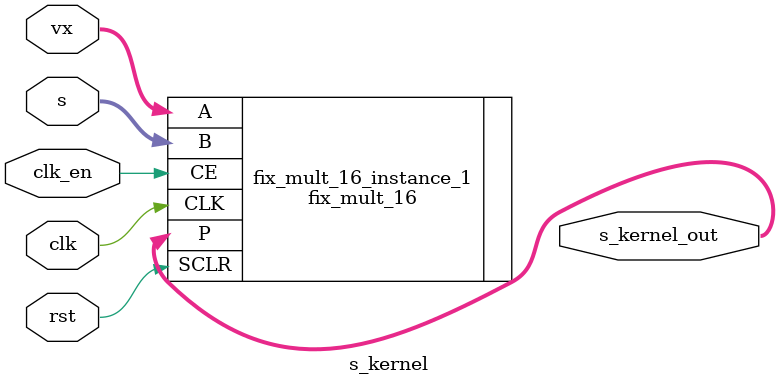
<source format=v>
`timescale 1ns / 1ps

module s_kernel(
    input clk,
    input clk_en,
    input rst,
    input [15:0] vx,
    input [15:0] s,
    output wire [15:0] s_kernel_out
);

fix_mult_16 fix_mult_16_instance_1 (
    .CLK(clk),
    .A(vx),
    .B(s),
    .CE(clk_en),
    .SCLR(rst),
    .P(s_kernel_out)
);
endmodule

</source>
